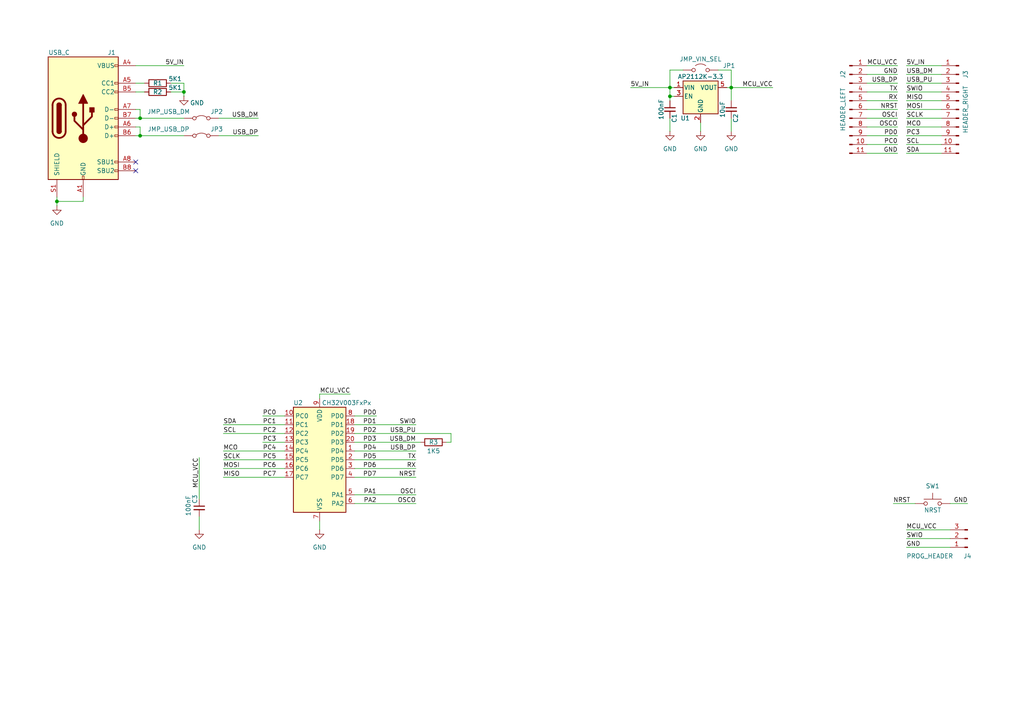
<source format=kicad_sch>
(kicad_sch (version 20231120) (generator "eeschema") (generator_version "8.0")
  (paper "A4")
  (title_block (title "CH32V003 TSSOP Breakout Board") (date "2024-08-14") (rev "MkI"))
  (lib_symbols
    (symbol "Connector:Conn_01x03_Pin" (pin_names (offset 1.016) hide)
      (property "Reference" "J" (at 0 5.08 0))
      (property "Value" "Conn_01x03_Pin" (at 0 -5.08 0))
      (symbol "Conn_01x03_Pin_1_1"
        (polyline (pts (xy 1.27 -2.54) (xy 0.8636 -2.54)) (stroke (width 0.1524)))
        (polyline (pts (xy 1.27 0) (xy 0.8636 0)) (stroke (width 0.1524)))
        (polyline (pts (xy 1.27 2.54) (xy 0.8636 2.54)) (stroke (width 0.1524)))
        (rectangle (start 0.8636 -2.413) (end 0 -2.667) (stroke (width 0.1524)) (fill (type outline)))
        (rectangle (start 0.8636 0.127) (end 0 -0.127) (stroke (width 0.1524)) (fill (type outline)))
        (rectangle (start 0.8636 2.667) (end 0 2.413) (stroke (width 0.1524)) (fill (type outline)))
        (pin passive line (at 5.08 2.54 180) (length 3.81) (name "Pin_1") (number "1"))
        (pin passive line (at 5.08 0 180) (length 3.81) (name "Pin_2") (number "2"))
        (pin passive line (at 5.08 -2.54 180) (length 3.81) (name "Pin_3") (number "3"))
      )
    )
    (symbol "Connector:Conn_01x11_Pin" (pin_names (offset 1.016) hide)
      (property "Reference" "J" (at 0 15.24 0))
      (property "Value" "Conn_01x11_Pin" (at 0 -15.24 0))
      (symbol "Conn_01x11_Pin_1_1"
        (polyline (pts (xy 1.27 -12.7) (xy 0.8636 -12.7)) (stroke (width 0.1524)))
        (polyline (pts (xy 1.27 -10.16) (xy 0.8636 -10.16)) (stroke (width 0.1524)))
        (polyline (pts (xy 1.27 -7.62) (xy 0.8636 -7.62)) (stroke (width 0.1524)))
        (polyline (pts (xy 1.27 -5.08) (xy 0.8636 -5.08)) (stroke (width 0.1524)))
        (polyline (pts (xy 1.27 -2.54) (xy 0.8636 -2.54)) (stroke (width 0.1524)))
        (polyline (pts (xy 1.27 0) (xy 0.8636 0)) (stroke (width 0.1524)))
        (polyline (pts (xy 1.27 2.54) (xy 0.8636 2.54)) (stroke (width 0.1524)))
        (polyline (pts (xy 1.27 5.08) (xy 0.8636 5.08)) (stroke (width 0.1524)))
        (polyline (pts (xy 1.27 7.62) (xy 0.8636 7.62)) (stroke (width 0.1524)))
        (polyline (pts (xy 1.27 10.16) (xy 0.8636 10.16)) (stroke (width 0.1524)))
        (polyline (pts (xy 1.27 12.7) (xy 0.8636 12.7)) (stroke (width 0.1524)))
        (rectangle (start 0.8636 -12.573) (end 0 -12.827) (stroke (width 0.1524)) (fill (type outline)))
        (rectangle (start 0.8636 -10.033) (end 0 -10.287) (stroke (width 0.1524)) (fill (type outline)))
        (rectangle (start 0.8636 -7.493) (end 0 -7.747) (stroke (width 0.1524)) (fill (type outline)))
        (rectangle (start 0.8636 -4.953) (end 0 -5.207) (stroke (width 0.1524)) (fill (type outline)))
        (rectangle (start 0.8636 -2.413) (end 0 -2.667) (stroke (width 0.1524)) (fill (type outline)))
        (rectangle (start 0.8636 0.127) (end 0 -0.127) (stroke (width 0.1524)) (fill (type outline)))
        (rectangle (start 0.8636 2.667) (end 0 2.413) (stroke (width 0.1524)) (fill (type outline)))
        (rectangle (start 0.8636 5.207) (end 0 4.953) (stroke (width 0.1524)) (fill (type outline)))
        (rectangle (start 0.8636 7.747) (end 0 7.493) (stroke (width 0.1524)) (fill (type outline)))
        (rectangle (start 0.8636 10.287) (end 0 10.033) (stroke (width 0.1524)) (fill (type outline)))
        (rectangle (start 0.8636 12.827) (end 0 12.573) (stroke (width 0.1524)) (fill (type outline)))
        (pin passive line (at 5.08 12.7 180) (length 3.81) (name "Pin_1") (number "1"))
        (pin passive line (at 5.08 -10.16 180) (length 3.81) (name "Pin_10") (number "10"))
        (pin passive line (at 5.08 -12.7 180) (length 3.81) (name "Pin_11") (number "11"))
        (pin passive line (at 5.08 10.16 180) (length 3.81) (name "Pin_2") (number "2"))
        (pin passive line (at 5.08 7.62 180) (length 3.81) (name "Pin_3") (number "3"))
        (pin passive line (at 5.08 5.08 180) (length 3.81) (name "Pin_4") (number "4"))
        (pin passive line (at 5.08 2.54 180) (length 3.81) (name "Pin_5") (number "5"))
        (pin passive line (at 5.08 0 180) (length 3.81) (name "Pin_6") (number "6"))
        (pin passive line (at 5.08 -2.54 180) (length 3.81) (name "Pin_7") (number "7"))
        (pin passive line (at 5.08 -5.08 180) (length 3.81) (name "Pin_8") (number "8"))
        (pin passive line (at 5.08 -7.62 180) (length 3.81) (name "Pin_9") (number "9"))
      )
    )
    (symbol "Connector:USB_C_Receptacle_USB2.0_16P" (pin_names (offset 1.016))
      (property "Reference" "J" (at 0 22.225 0))
      (property "Value" "USB_C_Receptacle_USB2.0_16P" (at 0 19.685 0))
      (symbol "USB_C_Receptacle_USB2.0_16P_0_0"
        (rectangle (start -0.254 -17.78) (end 0.254 -16.764))
        (rectangle (start 10.16 -14.986) (end 9.144 -15.494))
        (rectangle (start 10.16 -12.446) (end 9.144 -12.954))
        (rectangle (start 10.16 -4.826) (end 9.144 -5.334))
        (rectangle (start 10.16 -2.286) (end 9.144 -2.794))
        (rectangle (start 10.16 0.254) (end 9.144 -0.254))
        (rectangle (start 10.16 2.794) (end 9.144 2.286))
        (rectangle (start 10.16 7.874) (end 9.144 7.366))
        (rectangle (start 10.16 10.414) (end 9.144 9.906))
        (rectangle (start 10.16 15.494) (end 9.144 14.986))
      )
      (symbol "USB_C_Receptacle_USB2.0_16P_0_1"
        (rectangle (start -10.16 17.78) (end 10.16 -17.78) (stroke (width 0.254)) (fill (type background)))
        (arc (start -8.89 -3.81) (mid -6.985 -5.7067) (end -5.08 -3.81) (stroke (width 0.508)))
        (arc (start -7.62 -3.81) (mid -6.985 -4.4423) (end -6.35 -3.81) (stroke (width 0.254)))
        (arc (start -7.62 -3.81) (mid -6.985 -4.4423) (end -6.35 -3.81) (stroke (width 0.254)) (fill (type outline)))
        (rectangle (start -7.62 -3.81) (end -6.35 3.81) (stroke (width 0.254)) (fill (type outline)))
        (arc (start -6.35 3.81) (mid -6.985 4.4423) (end -7.62 3.81) (stroke (width 0.254)))
        (arc (start -6.35 3.81) (mid -6.985 4.4423) (end -7.62 3.81) (stroke (width 0.254)) (fill (type outline)))
        (arc (start -5.08 3.81) (mid -6.985 5.7067) (end -8.89 3.81) (stroke (width 0.508)))
        (circle (center -2.54 1.143) (radius 0.635) (stroke (width 0.254)) (fill (type outline)))
        (circle (center 0 -5.842) (radius 1.27) (fill (type outline)))
        (polyline (pts (xy -8.89 -3.81) (xy -8.89 3.81)) (stroke (width 0.508)))
        (polyline (pts (xy -5.08 3.81) (xy -5.08 -3.81)) (stroke (width 0.508)))
        (polyline (pts (xy 0 -5.842) (xy 0 4.318)) (stroke (width 0.508)))
        (polyline (pts (xy 0 -3.302) (xy -2.54 -0.762) (xy -2.54 0.508)) (stroke (width 0.508)))
        (polyline (pts (xy 0 -2.032) (xy 2.54 0.508) (xy 2.54 1.778)) (stroke (width 0.508)))
        (polyline (pts (xy -1.27 4.318) (xy 0 6.858) (xy 1.27 4.318) (xy -1.27 4.318)) (stroke (width 0.254)) (fill (type outline)))
        (rectangle (start 1.905 1.778) (end 3.175 3.048) (stroke (width 0.254)) (fill (type outline)))
      )
      (symbol "USB_C_Receptacle_USB2.0_16P_1_1"
        (pin passive line (at 0 -22.86 90) (length 5.08) (name "GND") (number "A1"))
        (pin passive line (at 0 -22.86 90) (length 5.08) hide (name "GND") (number "A12"))
        (pin passive line (at 15.24 15.24 180) (length 5.08) (name "VBUS") (number "A4"))
        (pin bidirectional line (at 15.24 10.16 180) (length 5.08) (name "CC1") (number "A5"))
        (pin bidirectional line (at 15.24 -2.54 180) (length 5.08) (name "D+") (number "A6"))
        (pin bidirectional line (at 15.24 2.54 180) (length 5.08) (name "D-") (number "A7"))
        (pin bidirectional line (at 15.24 -12.7 180) (length 5.08) (name "SBU1") (number "A8"))
        (pin passive line (at 15.24 15.24 180) (length 5.08) hide (name "VBUS") (number "A9"))
        (pin passive line (at 0 -22.86 90) (length 5.08) hide (name "GND") (number "B1"))
        (pin passive line (at 0 -22.86 90) (length 5.08) hide (name "GND") (number "B12"))
        (pin passive line (at 15.24 15.24 180) (length 5.08) hide (name "VBUS") (number "B4"))
        (pin bidirectional line (at 15.24 7.62 180) (length 5.08) (name "CC2") (number "B5"))
        (pin bidirectional line (at 15.24 -5.08 180) (length 5.08) (name "D+") (number "B6"))
        (pin bidirectional line (at 15.24 0 180) (length 5.08) (name "D-") (number "B7"))
        (pin bidirectional line (at 15.24 -15.24 180) (length 5.08) (name "SBU2") (number "B8"))
        (pin passive line (at 15.24 15.24 180) (length 5.08) hide (name "VBUS") (number "B9"))
        (pin passive line (at -7.62 -22.86 90) (length 5.08) (name "SHIELD") (number "S1"))
      )
    )
    (symbol "Device:C_Small" (pin_numbers hide) (pin_names (offset 0.254) hide)
      (property "Reference" "C" (at 0.254 1.778 0))
      (property "Value" "C_Small" (at 0.254 -2.032 0))
      (symbol "C_Small_0_1"
        (polyline (pts (xy -1.524 -0.508) (xy 1.524 -0.508)) (stroke (width 0.3302)))
        (polyline (pts (xy -1.524 0.508) (xy 1.524 0.508)) (stroke (width 0.3048)))
      )
      (symbol "C_Small_1_1"
        (pin passive line (at 0 2.54 270) (length 2.032) (name "~") (number "1"))
        (pin passive line (at 0 -2.54 90) (length 2.032) (name "~") (number "2"))
      )
    )
    (symbol "Device:R" (pin_numbers hide) (pin_names (offset 0))
      (property "Reference" "R" (at 2.032 0 90))
      (property "Value" "R" (at 0 0 90))
      (symbol "R_0_1"
        (rectangle (start -1.016 -2.54) (end 1.016 2.54) (stroke (width 0.254)))
      )
      (symbol "R_1_1"
        (pin passive line (at 0 3.81 270) (length 1.27) (name "~") (number "1"))
        (pin passive line (at 0 -3.81 90) (length 1.27) (name "~") (number "2"))
      )
    )
    (symbol "Jumper:Jumper_2_Bridged" (pin_numbers hide) (pin_names (offset 0) hide) (exclude_from_sim yes)
      (property "Reference" "JP" (at 0 1.905 0))
      (property "Value" "Jumper_2_Bridged" (at 0 -2.54 0))
      (symbol "Jumper_2_Bridged_0_0"
        (circle (center -2.032 0) (radius 0.508))
        (circle (center 2.032 0) (radius 0.508))
      )
      (symbol "Jumper_2_Bridged_0_1"
        (arc (start 1.524 0.254) (mid 0 0.762) (end -1.524 0.254))
      )
      (symbol "Jumper_2_Bridged_1_1"
        (pin passive line (at -5.08 0 0) (length 2.54) (name "A") (number "1"))
        (pin passive line (at 5.08 0 180) (length 2.54) (name "B") (number "2"))
      )
    )
    (symbol "Jumper:Jumper_2_Open" (pin_numbers hide) (pin_names (offset 0) hide) (exclude_from_sim yes)
      (property "Reference" "JP" (at 0 2.794 0))
      (property "Value" "Jumper_2_Open" (at 0 -2.286 0))
      (symbol "Jumper_2_Open_0_0"
        (circle (center -2.032 0) (radius 0.508))
        (circle (center 2.032 0) (radius 0.508))
      )
      (symbol "Jumper_2_Open_0_1"
        (arc (start 1.524 1.27) (mid 0 1.778) (end -1.524 1.27))
      )
      (symbol "Jumper_2_Open_1_1"
        (pin passive line (at -5.08 0 0) (length 2.54) (name "A") (number "1"))
        (pin passive line (at 5.08 0 180) (length 2.54) (name "B") (number "2"))
      )
    )
    (symbol "MCU_WCH_CH32V0:CH32V003FxPx"
      (property "Reference" "U" (at -7.62 17.78 0))
      (property "Value" "CH32V003FxPx" (at 7.62 17.78 0))
      (symbol "CH32V003FxPx_1_1"
        (rectangle (start -7.62 15.24) (end 7.62 -15.24) (stroke (width 0.254)) (fill (type background)))
        (pin bidirectional line (at 10.16 2.54 180) (length 2.54) (name "PD4") (number "1"))
        (pin bidirectional line (at -10.16 12.7 0) (length 2.54) (name "PC0") (number "10"))
        (pin bidirectional line (at -10.16 10.16 0) (length 2.54) (name "PC1") (number "11"))
        (pin bidirectional line (at -10.16 7.62 0) (length 2.54) (name "PC2") (number "12"))
        (pin bidirectional line (at -10.16 5.08 0) (length 2.54) (name "PC3") (number "13"))
        (pin bidirectional line (at -10.16 2.54 0) (length 2.54) (name "PC4") (number "14"))
        (pin bidirectional line (at -10.16 0 0) (length 2.54) (name "PC5") (number "15"))
        (pin bidirectional line (at -10.16 -2.54 0) (length 2.54) (name "PC6") (number "16"))
        (pin bidirectional line (at -10.16 -5.08 0) (length 2.54) (name "PC7") (number "17"))
        (pin bidirectional line (at 10.16 10.16 180) (length 2.54) (name "PD1") (number "18"))
        (pin bidirectional line (at 10.16 7.62 180) (length 2.54) (name "PD2") (number "19"))
        (pin bidirectional line (at 10.16 0 180) (length 2.54) (name "PD5") (number "2"))
        (pin bidirectional line (at 10.16 5.08 180) (length 2.54) (name "PD3") (number "20"))
        (pin bidirectional line (at 10.16 -2.54 180) (length 2.54) (name "PD6") (number "3"))
        (pin bidirectional line (at 10.16 -5.08 180) (length 2.54) (name "PD7") (number "4"))
        (pin bidirectional line (at 10.16 -10.16 180) (length 2.54) (name "PA1") (number "5"))
        (pin bidirectional line (at 10.16 -12.7 180) (length 2.54) (name "PA2") (number "6"))
        (pin power_in line (at 0 -17.78 90) (length 2.54) (name "VSS") (number "7"))
        (pin bidirectional line (at 10.16 12.7 180) (length 2.54) (name "PD0") (number "8"))
        (pin power_in line (at 0 17.78 270) (length 2.54) (name "VDD") (number "9"))
      )
    )
    (symbol "Regulator_Linear:AP2112K-3.3" (pin_names (offset 0.254))
      (property "Reference" "U" (at -5.08 5.715 0))
      (property "Value" "AP2112K-3.3" (at 0 5.715 0))
      (symbol "AP2112K-3.3_0_1"
        (rectangle (start -5.08 4.445) (end 5.08 -5.08) (stroke (width 0.254)) (fill (type background)))
      )
      (symbol "AP2112K-3.3_1_1"
        (pin power_in line (at -7.62 2.54 0) (length 2.54) (name "VIN") (number "1"))
        (pin power_in line (at 0 -7.62 90) (length 2.54) (name "GND") (number "2"))
        (pin input line (at -7.62 0 0) (length 2.54) (name "EN") (number "3"))
        (pin no_connect line (at 5.08 0 180) (length 2.54) hide (name "NC") (number "4"))
        (pin power_out line (at 7.62 2.54 180) (length 2.54) (name "VOUT") (number "5"))
      )
    )
    (symbol "Switch:SW_Push" (pin_numbers hide) (pin_names (offset 1.016) hide)
      (property "Reference" "SW" (at 1.27 2.54 0))
      (property "Value" "SW_Push" (at 0 -1.524 0))
      (symbol "SW_Push_0_1"
        (circle (center -2.032 0) (radius 0.508))
        (polyline (pts (xy 0 1.27) (xy 0 3.048)))
        (polyline (pts (xy 2.54 1.27) (xy -2.54 1.27)))
        (circle (center 2.032 0) (radius 0.508))
        (pin passive line (at -5.08 0 0) (length 2.54) (name "1") (number "1"))
        (pin passive line (at 5.08 0 180) (length 2.54) (name "2") (number "2"))
      )
    )
    (symbol "power:GND" (power) (pin_numbers hide) (pin_names (offset 0) hide)
      (property "Value" "GND" (at 0 -3.81 0))
      (symbol "GND_0_1"
        (polyline (pts (xy 0 0) (xy 0 -1.27) (xy 1.27 -1.27) (xy 0 -2.54) (xy -1.27 -1.27) (xy 0 -1.27)))
      )
      (symbol "GND_1_1"
        (pin power_in line (at 0 0 270) (length 0) (name "~") (number "1"))
      )
    )
  )
  (junction (at 40.64 39.37))
  (junction (at 194.31 25.4))
  (junction (at 16.51 58.42))
  (junction (at 212.09 25.4))
  (junction (at 53.34 26.67))
  (junction (at 194.31 27.94))
  (junction (at 40.64 34.29))
  (no_connect (at 39.37 49.53))
  (no_connect (at 39.37 46.99))
  (wire (pts (xy 39.37 24.13) (xy 41.91 24.13)))
  (wire (pts (xy 251.46 26.67) (xy 260.35 26.67)))
  (wire (pts (xy 39.37 34.29) (xy 40.64 34.29)))
  (wire (pts (xy 275.59 158.75) (xy 262.89 158.75)))
  (wire (pts (xy 194.31 20.32) (xy 194.31 25.4)))
  (wire (pts (xy 53.34 27.94) (xy 53.34 26.67)))
  (wire (pts (xy 39.37 19.05) (xy 53.34 19.05)))
  (wire (pts (xy 251.46 31.75) (xy 260.35 31.75)))
  (wire (pts (xy 64.77 133.35) (xy 82.55 133.35)))
  (wire (pts (xy 63.5 39.37) (xy 74.93 39.37)))
  (wire (pts (xy 212.09 25.4) (xy 210.82 25.4)))
  (wire (pts (xy 251.46 36.83) (xy 260.35 36.83)))
  (wire (pts (xy 40.64 39.37) (xy 39.37 39.37)))
  (wire (pts (xy 102.87 146.05) (xy 120.65 146.05)))
  (wire (pts (xy 251.46 19.05) (xy 260.35 19.05)))
  (wire (pts (xy 102.87 135.89) (xy 120.65 135.89)))
  (wire (pts (xy 40.64 36.83) (xy 40.64 39.37)))
  (wire (pts (xy 102.87 143.51) (xy 120.65 143.51)))
  (wire (pts (xy 203.2 38.1) (xy 203.2 35.56)))
  (wire (pts (xy 251.46 34.29) (xy 260.35 34.29)))
  (wire (pts (xy 64.77 125.73) (xy 82.55 125.73)))
  (wire (pts (xy 212.09 34.29) (xy 212.09 38.1)))
  (wire (pts (xy 194.31 34.29) (xy 194.31 38.1)))
  (wire (pts (xy 262.89 41.91) (xy 273.05 41.91)))
  (wire (pts (xy 251.46 21.59) (xy 260.35 21.59)))
  (wire (pts (xy 39.37 26.67) (xy 41.91 26.67)))
  (wire (pts (xy 40.64 31.75) (xy 40.64 34.29)))
  (wire (pts (xy 262.89 26.67) (xy 273.05 26.67)))
  (wire (pts (xy 251.46 39.37) (xy 260.35 39.37)))
  (wire (pts (xy 262.89 153.67) (xy 275.59 153.67)))
  (wire (pts (xy 262.89 31.75) (xy 273.05 31.75)))
  (wire (pts (xy 39.37 36.83) (xy 40.64 36.83)))
  (wire (pts (xy 130.81 128.27) (xy 129.54 128.27)))
  (wire (pts (xy 194.31 29.21) (xy 194.31 27.94)))
  (wire (pts (xy 57.785 149.86) (xy 57.785 153.67)))
  (wire (pts (xy 251.46 44.45) (xy 260.35 44.45)))
  (wire (pts (xy 198.12 20.32) (xy 194.31 20.32)))
  (wire (pts (xy 194.31 25.4) (xy 194.31 27.94)))
  (wire (pts (xy 101.6 114.3) (xy 92.71 114.3)))
  (wire (pts (xy 262.89 36.83) (xy 273.05 36.83)))
  (wire (pts (xy 64.77 135.89) (xy 82.55 135.89)))
  (wire (pts (xy 275.59 146.05) (xy 280.67 146.05)))
  (wire (pts (xy 102.87 133.35) (xy 120.65 133.35)))
  (wire (pts (xy 16.51 58.42) (xy 16.51 57.15)))
  (wire (pts (xy 212.09 25.4) (xy 212.09 29.21)))
  (wire (pts (xy 64.77 130.81) (xy 82.55 130.81)))
  (wire (pts (xy 208.28 20.32) (xy 212.09 20.32)))
  (wire (pts (xy 92.71 114.3) (xy 92.71 115.57)))
  (wire (pts (xy 64.77 123.19) (xy 82.55 123.19)))
  (wire (pts (xy 251.46 41.91) (xy 260.35 41.91)))
  (wire (pts (xy 63.5 34.29) (xy 74.93 34.29)))
  (wire (pts (xy 92.71 151.13) (xy 92.71 153.67)))
  (wire (pts (xy 251.46 24.13) (xy 260.35 24.13)))
  (wire (pts (xy 212.09 25.4) (xy 224.155 25.4)))
  (wire (pts (xy 102.87 123.19) (xy 120.65 123.19)))
  (wire (pts (xy 262.89 44.45) (xy 273.05 44.45)))
  (wire (pts (xy 262.89 24.13) (xy 273.05 24.13)))
  (wire (pts (xy 40.64 39.37) (xy 53.34 39.37)))
  (wire (pts (xy 262.89 39.37) (xy 273.05 39.37)))
  (wire (pts (xy 195.58 27.94) (xy 194.31 27.94)))
  (wire (pts (xy 76.2 128.27) (xy 82.55 128.27)))
  (wire (pts (xy 182.88 25.4) (xy 194.31 25.4)))
  (wire (pts (xy 64.77 138.43) (xy 82.55 138.43)))
  (wire (pts (xy 102.87 138.43) (xy 120.65 138.43)))
  (wire (pts (xy 194.31 25.4) (xy 195.58 25.4)))
  (wire (pts (xy 40.64 31.75) (xy 39.37 31.75)))
  (wire (pts (xy 262.89 34.29) (xy 273.05 34.29)))
  (wire (pts (xy 82.55 120.65) (xy 76.2 120.65)))
  (wire (pts (xy 262.89 19.05) (xy 273.05 19.05)))
  (wire (pts (xy 49.53 26.67) (xy 53.34 26.67)))
  (wire (pts (xy 102.87 125.73) (xy 130.81 125.73)))
  (wire (pts (xy 212.09 20.32) (xy 212.09 25.4)))
  (wire (pts (xy 251.46 29.21) (xy 260.35 29.21)))
  (wire (pts (xy 57.785 132.715) (xy 57.785 144.78)))
  (wire (pts (xy 102.87 128.27) (xy 121.92 128.27)))
  (wire (pts (xy 259.08 146.05) (xy 265.43 146.05)))
  (wire (pts (xy 53.34 24.13) (xy 53.34 26.67)))
  (wire (pts (xy 16.51 58.42) (xy 24.13 58.42)))
  (wire (pts (xy 262.89 29.21) (xy 273.05 29.21)))
  (wire (pts (xy 102.87 120.65) (xy 109.22 120.65)))
  (wire (pts (xy 262.89 21.59) (xy 273.05 21.59)))
  (wire (pts (xy 24.13 58.42) (xy 24.13 57.15)))
  (wire (pts (xy 16.51 59.69) (xy 16.51 58.42)))
  (wire (pts (xy 102.87 130.81) (xy 120.65 130.81)))
  (wire (pts (xy 49.53 24.13) (xy 53.34 24.13)))
  (wire (pts (xy 262.89 156.21) (xy 275.59 156.21)))
  (wire (pts (xy 130.81 128.27) (xy 130.81 125.73)))
  (wire (pts (xy 40.64 34.29) (xy 53.34 34.29)))
  (label "PC6" (at 76.2 135.89 0))
  (label "MISO" (at 64.77 138.43 0))
  (label "SCL" (at 262.89 41.91 0))
  (label "USB_DM" (at 262.89 21.59 0))
  (label "MCU_VCC" (at 224.155 25.4 180))
  (label "RX" (at 260.35 29.21 180))
  (label "SCLK" (at 64.77 133.35 0))
  (label "USB_PU" (at 120.65 125.73 180))
  (label "GND" (at 260.35 21.59 180))
  (label "MCU_VCC" (at 262.89 153.67 0))
  (label "SCL" (at 64.77 125.73 0))
  (label "PC4" (at 76.2 130.81 0))
  (label "TX" (at 120.65 133.35 180))
  (label "NRST" (at 260.35 31.75 180))
  (label "PD7" (at 109.22 138.43 180))
  (label "RX" (at 120.65 135.89 180))
  (label "MOSI" (at 64.77 135.89 0))
  (label "NRST" (at 120.65 138.43 180))
  (label "USB_PU" (at 262.89 24.13 0))
  (label "PD5" (at 109.22 133.35 180))
  (label "PC0" (at 76.2 120.65 0))
  (label "USB_DP" (at 120.65 130.81 180))
  (label "PC5" (at 76.2 133.35 0))
  (label "SWIO" (at 120.65 123.19 180))
  (label "SWIO" (at 262.89 156.21 0))
  (label "MCU_VCC" (at 57.785 132.715 270))
  (label "SDA" (at 64.77 123.19 0))
  (label "GND" (at 260.35 44.45 180))
  (label "OSCI" (at 260.35 34.29 180))
  (label "SDA" (at 262.89 44.45 0))
  (label "OSCO" (at 260.35 36.83 180))
  (label "MCU_VCC" (at 260.35 19.05 180))
  (label "PC3" (at 76.2 128.27 0))
  (label "5V_IN" (at 53.34 19.05 180))
  (label "PD0" (at 260.35 39.37 180))
  (label "MISO" (at 262.89 29.21 0))
  (label "PC0" (at 260.35 41.91 180))
  (label "USB_DP" (at 260.35 24.13 180))
  (label "PD0" (at 109.22 120.65 180))
  (label "PD1" (at 109.22 123.19 180))
  (label "MCO" (at 64.77 130.81 0))
  (label "TX" (at 260.35 26.67 180))
  (label "MCO" (at 262.89 36.83 0))
  (label "MCU_VCC" (at 101.6 114.3 180))
  (label "PD2" (at 109.22 125.73 180))
  (label "OSCO" (at 120.65 146.05 180))
  (label "PC1" (at 76.2 123.19 0))
  (label "SCLK" (at 262.89 34.29 0))
  (label "OSCI" (at 120.65 143.51 180))
  (label "USB_DM" (at 120.65 128.27 180))
  (label "PA2" (at 109.22 146.05 180))
  (label "GND" (at 262.89 158.75 0))
  (label "MOSI" (at 262.89 31.75 0))
  (label "USB_DP" (at 74.93 39.37 180))
  (label "PD6" (at 109.22 135.89 180))
  (label "PC7" (at 76.2 138.43 0))
  (label "PA1" (at 109.22 143.51 180))
  (label "PC2" (at 76.2 125.73 0))
  (label "PD4" (at 109.22 130.81 180))
  (label "5V_IN" (at 262.89 19.05 0))
  (label "PD3" (at 109.22 128.27 180))
  (label "GND" (at 280.67 146.05 180))
  (label "SWIO" (at 262.89 26.67 0))
  (label "5V_IN" (at 182.88 25.4 0))
  (label "PC3" (at 262.89 39.37 0))
  (label "USB_DM" (at 74.93 34.29 180))
  (label "NRST" (at 259.08 146.05 0))
  (symbol (lib_id "Device:C_Small") (at 212.09 31.75 0) (unit 1)
    (property "Reference" "C2" (at 213.36 34.29 90))
    (property "Value" "10uF" (at 209.55 31.75 90))
    (property "Footprint" "Capacitor_SMD:C_0805_2012Metric" (effects (hide yes)))
    (property "Description" "Unpolarized capacitor, small symbol" (effects (hide yes)))
  )
  (symbol (lib_id "power:GND") (at 57.785 153.67 0) (unit 1)
    (property "Reference" "#PWR07" (effects (hide yes)))
    (property "Value" "GND" (at 57.785 158.75 0))
    (property "Description" "Power symbol creates a global label with name \"GND\" , ground" (effects (hide yes)))
  )
  (symbol (lib_id "power:GND") (at 203.2 38.1 0) (unit 1)
    (property "Reference" "#PWR08" (effects (hide yes)))
    (property "Value" "GND" (at 203.2 43.18 0))
    (property "Description" "Power symbol creates a global label with name \"GND\" , ground" (effects (hide yes)))
  )
  (symbol (lib_id "power:GND") (at 53.34 27.94 0) (unit 1)
    (property "Reference" "#PWR02" (effects (hide yes)))
    (property "Value" "GND" (at 57.15 29.845 0))
    (property "Description" "Power symbol creates a global label with name \"GND\" , ground" (effects (hide yes)))
  )
  (symbol (lib_id "MCU_WCH_CH32V0:CH32V003FxPx") (at 92.71 133.35 0) (unit 1)
    (property "Reference" "U2" (at 85.09 116.84 0) (effects (justify left)))
    (property "Value" "CH32V003FxPx" (at 93.345 116.84 0) (effects (justify left)))
    (property "Footprint" "Package_SO:TSSOP-20_4.4x6.5mm_P0.65mm" (effects (hide yes)))
    (property "Datasheet" "https://www.wch-ic.com/products/CH32V003.html" (effects (hide yes)))
    (property "Description" "CH32V003 series are industrial-grade general-purpose microcontrollers designed based on 32-bit RISC-V instruction set and architecture. It adopts QingKe V2A core, RV32EC instruction set, and supports 2 levels of interrupt nesting. The series are mounted with rich peripheral interfaces and function modules. Its internal organizational structure meets the low-cost and low-power embedded application scenarios." (effects (hide yes)))
  )
  (symbol (lib_id "Regulator_Linear:AP2112K-3.3") (at 203.2 27.94 0) (unit 1)
    (property "Reference" "U1" (at 198.755 34.29 0))
    (property "Value" "AP2112K-3.3" (at 203.2 22.225 0))
    (property "Footprint" "Package_TO_SOT_SMD:SOT-23-5" (effects (hide yes)))
    (property "Datasheet" "https://www.diodes.com/assets/Datasheets/AP2112.pdf" (effects (hide yes)))
    (property "Description" "600mA low dropout linear regulator, with enable pin, 3.8V-6V input voltage range, 3.3V fixed positive output, SOT-23-5" (effects (hide yes)))
  )
  (symbol (lib_id "Device:R") (at 45.72 24.13 90) (unit 1)
    (property "Reference" "R1" (at 45.72 24.13 90))
    (property "Value" "5K1" (at 50.8 22.86 90))
    (property "Footprint" "Resistor_SMD:R_0805_2012Metric" (effects (hide yes)))
    (property "Description" "Resistor" (effects (hide yes)))
  )
  (symbol (lib_id "Jumper:Jumper_2_Bridged") (at 58.42 34.29 0) (unit 1) (exclude_from_sim yes)
    (property "Reference" "JP2" (at 62.865 32.385 0))
    (property "Value" "JMP_USB_DM" (at 48.895 32.385 0))
    (property "Footprint" "Jumper:SolderJumper-2_P1.3mm_Bridged_RoundedPad1.0x1.5mm" (effects (hide yes)))
    (property "Description" "Jumper, 2-pole, closed/bridged" (effects (hide yes)))
  )
  (symbol (lib_id "Jumper:Jumper_2_Bridged") (at 58.42 39.37 0) (unit 1) (exclude_from_sim yes)
    (property "Reference" "JP3" (at 62.865 37.465 0))
    (property "Value" "JMP_USB_DP" (at 48.895 37.465 0))
    (property "Footprint" "Jumper:SolderJumper-2_P1.3mm_Bridged_RoundedPad1.0x1.5mm" (effects (hide yes)))
    (property "Description" "Jumper, 2-pole, closed/bridged" (effects (hide yes)))
  )
  (symbol (lib_id "power:GND") (at 92.71 153.67 0) (unit 1)
    (property "Reference" "#PWR05" (effects (hide yes)))
    (property "Value" "GND" (at 92.71 158.75 0))
    (property "Description" "Power symbol creates a global label with name \"GND\" , ground" (effects (hide yes)))
  )
  (symbol (lib_id "power:GND") (at 212.09 38.1 0) (unit 1)
    (property "Reference" "#PWR06" (effects (hide yes)))
    (property "Value" "GND" (at 212.09 43.18 0))
    (property "Description" "Power symbol creates a global label with name \"GND\" , ground" (effects (hide yes)))
  )
  (symbol (lib_id "Device:C_Small") (at 194.31 31.75 0) (unit 1)
    (property "Reference" "C1" (at 195.58 34.29 90))
    (property "Value" "100nF" (at 191.77 31.75 90))
    (property "Footprint" "Capacitor_SMD:C_0805_2012Metric" (effects (hide yes)))
    (property "Description" "Unpolarized capacitor, small symbol" (effects (hide yes)))
  )
  (symbol (lib_id "Connector:Conn_01x11_Pin") (at 278.13 31.75 0) (mirror y) (unit 1)
    (property "Reference" "J3" (at 280.035 21.59 90))
    (property "Value" "HEADER_RIGHT" (at 280.035 31.75 90))
    (property "Footprint" "Footprints:PinSocket_1x11_P2.54mm_No_Silk" (effects (hide yes)))
    (property "Description" "Generic connector, single row, 01x11, script generated" (effects (hide yes)))
  )
  (symbol (lib_id "Switch:SW_Push") (at 270.51 146.05 0) (unit 1)
    (property "Reference" "SW1" (at 270.51 140.97 0))
    (property "Value" "NRST" (at 270.51 147.955 0))
    (property "Footprint" "Button_Switch_SMD:SW_Push_SPST_NO_Alps_SKRK" (effects (hide yes)))
    (property "Description" "Push button switch, generic, two pins" (effects (hide yes)))
  )
  (symbol (lib_id "Connector:Conn_01x11_Pin") (at 246.38 31.75 0) (unit 1)
    (property "Reference" "J2" (at 244.475 21.59 90))
    (property "Value" "HEADER_LEFT" (at 244.475 31.75 90))
    (property "Footprint" "Footprints:PinSocket_1x11_P2.54mm_No_Silk" (effects (hide yes)))
    (property "Description" "Generic connector, single row, 01x11, script generated" (effects (hide yes)))
  )
  (symbol (lib_id "power:GND") (at 16.51 59.69 0) (unit 1)
    (property "Reference" "#PWR01" (effects (hide yes)))
    (property "Value" "GND" (at 16.51 64.77 0))
    (property "Description" "Power symbol creates a global label with name \"GND\" , ground" (effects (hide yes)))
  )
  (symbol (lib_id "Device:C_Small") (at 57.785 147.32 0) (unit 1)
    (property "Reference" "C3" (at 56.515 144.78 90))
    (property "Value" "100nF" (at 54.61 146.685 90))
    (property "Footprint" "Capacitor_SMD:C_0805_2012Metric" (effects (hide yes)))
    (property "Description" "Unpolarized capacitor, small symbol" (effects (hide yes)))
  )
  (symbol (lib_id "Connector:USB_C_Receptacle_USB2.0_16P") (at 24.13 34.29 0) (unit 1)
    (property "Reference" "J1" (at 32.385 15.24 0))
    (property "Value" "USB_C" (at 17.145 15.24 0))
    (property "Footprint" "Connector_USB:USB_C_Receptacle_G-Switch_GT-USB-7010ASV" (effects (hide yes)))
    (property "Datasheet" "https://www.usb.org/sites/default/files/documents/usb_type-c.zip" (effects (hide yes)))
    (property "Description" "USB 2.0-only 16P Type-C Receptacle connector" (effects (hide yes)))
  )
  (symbol (lib_id "power:GND") (at 194.31 38.1 0) (unit 1)
    (property "Reference" "#PWR03" (effects (hide yes)))
    (property "Value" "GND" (at 194.31 43.18 0))
    (property "Description" "Power symbol creates a global label with name \"GND\" , ground" (effects (hide yes)))
  )
  (symbol (lib_id "Device:R") (at 125.73 128.27 90) (unit 1)
    (property "Reference" "R3" (at 125.73 128.27 90))
    (property "Value" "1K5" (at 125.73 130.81 90))
    (property "Footprint" "Resistor_SMD:R_0805_2012Metric" (effects (hide yes)))
    (property "Description" "Resistor" (effects (hide yes)))
  )
  (symbol (lib_id "Jumper:Jumper_2_Open") (at 203.2 20.32 0) (unit 1) (exclude_from_sim yes)
    (property "Reference" "JP1" (at 211.455 19.05 0))
    (property "Value" "JMP_VIN_SEL" (at 203.2 17.145 0))
    (property "Footprint" "Jumper:SolderJumper-2_P1.3mm_Open_RoundedPad1.0x1.5mm" (effects (hide yes)))
    (property "Description" "Jumper, 2-pole, open" (effects (hide yes)))
  )
  (symbol (lib_id "Connector:Conn_01x03_Pin") (at 280.67 156.21 180) (unit 1)
    (property "Reference" "J4" (at 279.4 161.29 0) (effects (justify right)))
    (property "Value" "PROG_HEADER" (at 262.89 161.29 0) (effects (justify right)))
    (property "Footprint" "Footprints:PinSocket_1x03_P2.54mm_No_Silk" (effects (hide yes)))
    (property "Description" "Generic connector, single row, 01x03, script generated" (effects (hide yes)))
  )
  (symbol (lib_id "Device:R") (at 45.72 26.67 90) (unit 1)
    (property "Reference" "R2" (at 45.72 26.67 90))
    (property "Value" "5K1" (at 50.8 25.4 90))
    (property "Footprint" "Resistor_SMD:R_0805_2012Metric" (effects (hide yes)))
    (property "Description" "Resistor" (effects (hide yes)))
  )
)
</source>
